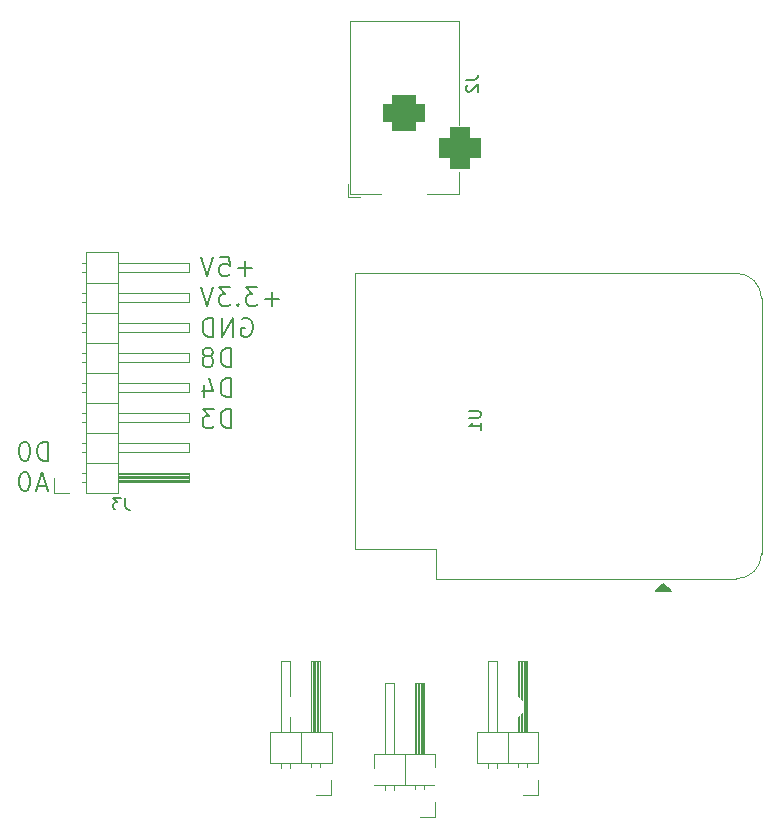
<source format=gbr>
%TF.GenerationSoftware,KiCad,Pcbnew,(6.0.2)*%
%TF.CreationDate,2022-06-07T16:02:26+02:00*%
%TF.ProjectId,RFID_Reader,52464944-5f52-4656-9164-65722e6b6963,rev?*%
%TF.SameCoordinates,Original*%
%TF.FileFunction,Legend,Bot*%
%TF.FilePolarity,Positive*%
%FSLAX46Y46*%
G04 Gerber Fmt 4.6, Leading zero omitted, Abs format (unit mm)*
G04 Created by KiCad (PCBNEW (6.0.2)) date 2022-06-07 16:02:26*
%MOMM*%
%LPD*%
G01*
G04 APERTURE LIST*
G04 Aperture macros list*
%AMRoundRect*
0 Rectangle with rounded corners*
0 $1 Rounding radius*
0 $2 $3 $4 $5 $6 $7 $8 $9 X,Y pos of 4 corners*
0 Add a 4 corners polygon primitive as box body*
4,1,4,$2,$3,$4,$5,$6,$7,$8,$9,$2,$3,0*
0 Add four circle primitives for the rounded corners*
1,1,$1+$1,$2,$3*
1,1,$1+$1,$4,$5*
1,1,$1+$1,$6,$7*
1,1,$1+$1,$8,$9*
0 Add four rect primitives between the rounded corners*
20,1,$1+$1,$2,$3,$4,$5,0*
20,1,$1+$1,$4,$5,$6,$7,0*
20,1,$1+$1,$6,$7,$8,$9,0*
20,1,$1+$1,$8,$9,$2,$3,0*%
%AMHorizOval*
0 Thick line with rounded ends*
0 $1 width*
0 $2 $3 position (X,Y) of the first rounded end (center of the circle)*
0 $4 $5 position (X,Y) of the second rounded end (center of the circle)*
0 Add line between two ends*
20,1,$1,$2,$3,$4,$5,0*
0 Add two circle primitives to create the rounded ends*
1,1,$1,$2,$3*
1,1,$1,$4,$5*%
%AMRotRect*
0 Rectangle, with rotation*
0 The origin of the aperture is its center*
0 $1 length*
0 $2 width*
0 $3 Rotation angle, in degrees counterclockwise*
0 Add horizontal line*
21,1,$1,$2,0,0,$3*%
G04 Aperture macros list end*
%ADD10C,0.150000*%
%ADD11C,0.120000*%
%ADD12C,5.600000*%
%ADD13C,2.000000*%
%ADD14RotRect,1.700000X1.700000X45.000000*%
%ADD15HorizOval,1.700000X0.000000X0.000000X0.000000X0.000000X0*%
%ADD16C,1.600000*%
%ADD17O,1.600000X1.600000*%
%ADD18R,1.700000X1.700000*%
%ADD19O,1.700000X1.700000*%
%ADD20R,3.500000X3.500000*%
%ADD21RoundRect,0.750000X-1.000000X0.750000X-1.000000X-0.750000X1.000000X-0.750000X1.000000X0.750000X0*%
%ADD22RoundRect,0.875000X-0.875000X0.875000X-0.875000X-0.875000X0.875000X-0.875000X0.875000X0.875000X0*%
%ADD23R,2.000000X2.000000*%
%ADD24O,1.600000X2.000000*%
G04 APERTURE END LIST*
D10*
X187092738Y-69174285D02*
X185873690Y-69174285D01*
X186483214Y-69783809D02*
X186483214Y-68564761D01*
X184349880Y-68183809D02*
X185111785Y-68183809D01*
X185187976Y-68945714D01*
X185111785Y-68869523D01*
X184959404Y-68793333D01*
X184578452Y-68793333D01*
X184426071Y-68869523D01*
X184349880Y-68945714D01*
X184273690Y-69098095D01*
X184273690Y-69479047D01*
X184349880Y-69631428D01*
X184426071Y-69707619D01*
X184578452Y-69783809D01*
X184959404Y-69783809D01*
X185111785Y-69707619D01*
X185187976Y-69631428D01*
X183816547Y-68183809D02*
X183283214Y-69783809D01*
X182749880Y-68183809D01*
X189378452Y-71750285D02*
X188159404Y-71750285D01*
X188768928Y-72359809D02*
X188768928Y-71140761D01*
X187549880Y-70759809D02*
X186559404Y-70759809D01*
X187092738Y-71369333D01*
X186864166Y-71369333D01*
X186711785Y-71445523D01*
X186635595Y-71521714D01*
X186559404Y-71674095D01*
X186559404Y-72055047D01*
X186635595Y-72207428D01*
X186711785Y-72283619D01*
X186864166Y-72359809D01*
X187321309Y-72359809D01*
X187473690Y-72283619D01*
X187549880Y-72207428D01*
X185873690Y-72207428D02*
X185797500Y-72283619D01*
X185873690Y-72359809D01*
X185949880Y-72283619D01*
X185873690Y-72207428D01*
X185873690Y-72359809D01*
X185264166Y-70759809D02*
X184273690Y-70759809D01*
X184807023Y-71369333D01*
X184578452Y-71369333D01*
X184426071Y-71445523D01*
X184349880Y-71521714D01*
X184273690Y-71674095D01*
X184273690Y-72055047D01*
X184349880Y-72207428D01*
X184426071Y-72283619D01*
X184578452Y-72359809D01*
X185035595Y-72359809D01*
X185187976Y-72283619D01*
X185264166Y-72207428D01*
X183816547Y-70759809D02*
X183283214Y-72359809D01*
X182749880Y-70759809D01*
X186254642Y-73412000D02*
X186407023Y-73335809D01*
X186635595Y-73335809D01*
X186864166Y-73412000D01*
X187016547Y-73564380D01*
X187092738Y-73716761D01*
X187168928Y-74021523D01*
X187168928Y-74250095D01*
X187092738Y-74554857D01*
X187016547Y-74707238D01*
X186864166Y-74859619D01*
X186635595Y-74935809D01*
X186483214Y-74935809D01*
X186254642Y-74859619D01*
X186178452Y-74783428D01*
X186178452Y-74250095D01*
X186483214Y-74250095D01*
X185492738Y-74935809D02*
X185492738Y-73335809D01*
X184578452Y-74935809D01*
X184578452Y-73335809D01*
X183816547Y-74935809D02*
X183816547Y-73335809D01*
X183435595Y-73335809D01*
X183207023Y-73412000D01*
X183054642Y-73564380D01*
X182978452Y-73716761D01*
X182902261Y-74021523D01*
X182902261Y-74250095D01*
X182978452Y-74554857D01*
X183054642Y-74707238D01*
X183207023Y-74859619D01*
X183435595Y-74935809D01*
X183816547Y-74935809D01*
X185340357Y-77511809D02*
X185340357Y-75911809D01*
X184959404Y-75911809D01*
X184730833Y-75988000D01*
X184578452Y-76140380D01*
X184502261Y-76292761D01*
X184426071Y-76597523D01*
X184426071Y-76826095D01*
X184502261Y-77130857D01*
X184578452Y-77283238D01*
X184730833Y-77435619D01*
X184959404Y-77511809D01*
X185340357Y-77511809D01*
X183511785Y-76597523D02*
X183664166Y-76521333D01*
X183740357Y-76445142D01*
X183816547Y-76292761D01*
X183816547Y-76216571D01*
X183740357Y-76064190D01*
X183664166Y-75988000D01*
X183511785Y-75911809D01*
X183207023Y-75911809D01*
X183054642Y-75988000D01*
X182978452Y-76064190D01*
X182902261Y-76216571D01*
X182902261Y-76292761D01*
X182978452Y-76445142D01*
X183054642Y-76521333D01*
X183207023Y-76597523D01*
X183511785Y-76597523D01*
X183664166Y-76673714D01*
X183740357Y-76749904D01*
X183816547Y-76902285D01*
X183816547Y-77207047D01*
X183740357Y-77359428D01*
X183664166Y-77435619D01*
X183511785Y-77511809D01*
X183207023Y-77511809D01*
X183054642Y-77435619D01*
X182978452Y-77359428D01*
X182902261Y-77207047D01*
X182902261Y-76902285D01*
X182978452Y-76749904D01*
X183054642Y-76673714D01*
X183207023Y-76597523D01*
X185340357Y-80087809D02*
X185340357Y-78487809D01*
X184959404Y-78487809D01*
X184730833Y-78564000D01*
X184578452Y-78716380D01*
X184502261Y-78868761D01*
X184426071Y-79173523D01*
X184426071Y-79402095D01*
X184502261Y-79706857D01*
X184578452Y-79859238D01*
X184730833Y-80011619D01*
X184959404Y-80087809D01*
X185340357Y-80087809D01*
X183054642Y-79021142D02*
X183054642Y-80087809D01*
X183435595Y-78411619D02*
X183816547Y-79554476D01*
X182826071Y-79554476D01*
X185340357Y-82663809D02*
X185340357Y-81063809D01*
X184959404Y-81063809D01*
X184730833Y-81140000D01*
X184578452Y-81292380D01*
X184502261Y-81444761D01*
X184426071Y-81749523D01*
X184426071Y-81978095D01*
X184502261Y-82282857D01*
X184578452Y-82435238D01*
X184730833Y-82587619D01*
X184959404Y-82663809D01*
X185340357Y-82663809D01*
X183892738Y-81063809D02*
X182902261Y-81063809D01*
X183435595Y-81673333D01*
X183207023Y-81673333D01*
X183054642Y-81749523D01*
X182978452Y-81825714D01*
X182902261Y-81978095D01*
X182902261Y-82359047D01*
X182978452Y-82511428D01*
X183054642Y-82587619D01*
X183207023Y-82663809D01*
X183664166Y-82663809D01*
X183816547Y-82587619D01*
X183892738Y-82511428D01*
X169840357Y-85435809D02*
X169840357Y-83835809D01*
X169459404Y-83835809D01*
X169230833Y-83912000D01*
X169078452Y-84064380D01*
X169002261Y-84216761D01*
X168926071Y-84521523D01*
X168926071Y-84750095D01*
X169002261Y-85054857D01*
X169078452Y-85207238D01*
X169230833Y-85359619D01*
X169459404Y-85435809D01*
X169840357Y-85435809D01*
X167935595Y-83835809D02*
X167783214Y-83835809D01*
X167630833Y-83912000D01*
X167554642Y-83988190D01*
X167478452Y-84140571D01*
X167402261Y-84445333D01*
X167402261Y-84826285D01*
X167478452Y-85131047D01*
X167554642Y-85283428D01*
X167630833Y-85359619D01*
X167783214Y-85435809D01*
X167935595Y-85435809D01*
X168087976Y-85359619D01*
X168164166Y-85283428D01*
X168240357Y-85131047D01*
X168316547Y-84826285D01*
X168316547Y-84445333D01*
X168240357Y-84140571D01*
X168164166Y-83988190D01*
X168087976Y-83912000D01*
X167935595Y-83835809D01*
X169687976Y-87554666D02*
X168926071Y-87554666D01*
X169840357Y-88011809D02*
X169307023Y-86411809D01*
X168773690Y-88011809D01*
X167935595Y-86411809D02*
X167783214Y-86411809D01*
X167630833Y-86488000D01*
X167554642Y-86564190D01*
X167478452Y-86716571D01*
X167402261Y-87021333D01*
X167402261Y-87402285D01*
X167478452Y-87707047D01*
X167554642Y-87859428D01*
X167630833Y-87935619D01*
X167783214Y-88011809D01*
X167935595Y-88011809D01*
X168087976Y-87935619D01*
X168164166Y-87859428D01*
X168240357Y-87707047D01*
X168316547Y-87402285D01*
X168316547Y-87021333D01*
X168240357Y-86716571D01*
X168164166Y-86564190D01*
X168087976Y-86488000D01*
X167935595Y-86411809D01*
%TO.C,J3*%
X176343333Y-88597380D02*
X176343333Y-89311666D01*
X176390952Y-89454523D01*
X176486190Y-89549761D01*
X176629047Y-89597380D01*
X176724285Y-89597380D01*
X175962380Y-88597380D02*
X175343333Y-88597380D01*
X175676666Y-88978333D01*
X175533809Y-88978333D01*
X175438571Y-89025952D01*
X175390952Y-89073571D01*
X175343333Y-89168809D01*
X175343333Y-89406904D01*
X175390952Y-89502142D01*
X175438571Y-89549761D01*
X175533809Y-89597380D01*
X175819523Y-89597380D01*
X175914761Y-89549761D01*
X175962380Y-89502142D01*
%TO.C,J2*%
X205202380Y-53216666D02*
X205916666Y-53216666D01*
X206059523Y-53169047D01*
X206154761Y-53073809D01*
X206202380Y-52930952D01*
X206202380Y-52835714D01*
X205297619Y-53645238D02*
X205250000Y-53692857D01*
X205202380Y-53788095D01*
X205202380Y-54026190D01*
X205250000Y-54121428D01*
X205297619Y-54169047D01*
X205392857Y-54216666D01*
X205488095Y-54216666D01*
X205630952Y-54169047D01*
X206202380Y-53597619D01*
X206202380Y-54216666D01*
%TO.C,U1*%
X205452380Y-81238095D02*
X206261904Y-81238095D01*
X206357142Y-81285714D01*
X206404761Y-81333333D01*
X206452380Y-81428571D01*
X206452380Y-81619047D01*
X206404761Y-81714285D01*
X206357142Y-81761904D01*
X206261904Y-81809523D01*
X205452380Y-81809523D01*
X206452380Y-82809523D02*
X206452380Y-82238095D01*
X206452380Y-82523809D02*
X205452380Y-82523809D01*
X205595238Y-82428571D01*
X205690476Y-82333333D01*
X205738095Y-82238095D01*
D11*
%TO.C,J3*%
X172667929Y-79635000D02*
X173065000Y-79635000D01*
X175725000Y-74555000D02*
X181725000Y-74555000D01*
X181725000Y-83955000D02*
X175725000Y-83955000D01*
X181725000Y-69475000D02*
X181725000Y-68715000D01*
X175725000Y-84715000D02*
X181725000Y-84715000D01*
X181725000Y-76335000D02*
X175725000Y-76335000D01*
X170355000Y-88145000D02*
X171625000Y-88145000D01*
X175725000Y-79635000D02*
X181725000Y-79635000D01*
X181725000Y-77095000D02*
X181725000Y-76335000D01*
X172667929Y-74555000D02*
X173065000Y-74555000D01*
X175725000Y-86955000D02*
X181725000Y-86955000D01*
X181725000Y-87255000D02*
X181725000Y-86495000D01*
X172667929Y-73795000D02*
X173065000Y-73795000D01*
X173065000Y-85605000D02*
X175725000Y-85605000D01*
X175725000Y-86595000D02*
X181725000Y-86595000D01*
X173065000Y-72905000D02*
X175725000Y-72905000D01*
X175725000Y-86715000D02*
X181725000Y-86715000D01*
X173065000Y-83065000D02*
X175725000Y-83065000D01*
X181725000Y-86495000D02*
X175725000Y-86495000D01*
X173065000Y-88205000D02*
X173065000Y-67765000D01*
X172735000Y-86495000D02*
X173065000Y-86495000D01*
X175725000Y-87195000D02*
X181725000Y-87195000D01*
X181725000Y-78875000D02*
X175725000Y-78875000D01*
X181725000Y-74555000D02*
X181725000Y-73795000D01*
X175725000Y-87075000D02*
X181725000Y-87075000D01*
X181725000Y-81415000D02*
X175725000Y-81415000D01*
X175725000Y-69475000D02*
X181725000Y-69475000D01*
X175725000Y-67765000D02*
X175725000Y-88205000D01*
X175725000Y-77095000D02*
X181725000Y-77095000D01*
X172667929Y-82175000D02*
X173065000Y-82175000D01*
X173065000Y-77985000D02*
X175725000Y-77985000D01*
X181725000Y-71255000D02*
X175725000Y-71255000D01*
X181725000Y-72015000D02*
X181725000Y-71255000D01*
X172667929Y-76335000D02*
X173065000Y-76335000D01*
X173065000Y-67765000D02*
X175725000Y-67765000D01*
X172667929Y-71255000D02*
X173065000Y-71255000D01*
X172667929Y-72015000D02*
X173065000Y-72015000D01*
X172667929Y-69475000D02*
X173065000Y-69475000D01*
X173065000Y-70365000D02*
X175725000Y-70365000D01*
X175725000Y-72015000D02*
X181725000Y-72015000D01*
X181725000Y-73795000D02*
X175725000Y-73795000D01*
X175725000Y-82175000D02*
X181725000Y-82175000D01*
X172667929Y-83955000D02*
X173065000Y-83955000D01*
X173065000Y-75445000D02*
X175725000Y-75445000D01*
X172667929Y-81415000D02*
X173065000Y-81415000D01*
X181725000Y-82175000D02*
X181725000Y-81415000D01*
X172667929Y-84715000D02*
X173065000Y-84715000D01*
X175725000Y-88205000D02*
X173065000Y-88205000D01*
X172735000Y-87255000D02*
X173065000Y-87255000D01*
X172667929Y-78875000D02*
X173065000Y-78875000D01*
X172667929Y-77095000D02*
X173065000Y-77095000D01*
X175725000Y-86835000D02*
X181725000Y-86835000D01*
X181725000Y-68715000D02*
X175725000Y-68715000D01*
X170355000Y-86875000D02*
X170355000Y-88145000D01*
X173065000Y-80525000D02*
X175725000Y-80525000D01*
X175725000Y-87255000D02*
X181725000Y-87255000D01*
X181725000Y-84715000D02*
X181725000Y-83955000D01*
X172667929Y-68715000D02*
X173065000Y-68715000D01*
X181725000Y-79635000D02*
X181725000Y-78875000D01*
%TO.C,JSW3*%
X190340000Y-102400000D02*
X189580000Y-102400000D01*
X188630000Y-108400000D02*
X193830000Y-108400000D01*
X193830000Y-108400000D02*
X193830000Y-111060000D01*
X192880000Y-108400000D02*
X192880000Y-102400000D01*
X192500000Y-113770000D02*
X193770000Y-113770000D01*
X191230000Y-111060000D02*
X191230000Y-108400000D01*
X193830000Y-111060000D02*
X188630000Y-111060000D01*
X192460000Y-108400000D02*
X192460000Y-102400000D01*
X192340000Y-108400000D02*
X192340000Y-102400000D01*
X192880000Y-111390000D02*
X192880000Y-111060000D01*
X189580000Y-102400000D02*
X189580000Y-108400000D01*
X190340000Y-108400000D02*
X190340000Y-102400000D01*
X192580000Y-108400000D02*
X192580000Y-102400000D01*
X193770000Y-113770000D02*
X193770000Y-112500000D01*
X192120000Y-111390000D02*
X192120000Y-111060000D01*
X192880000Y-102400000D02*
X192120000Y-102400000D01*
X192220000Y-108400000D02*
X192220000Y-102400000D01*
X188630000Y-111060000D02*
X188630000Y-108400000D01*
X189580000Y-111457071D02*
X189580000Y-111060000D01*
X192120000Y-102400000D02*
X192120000Y-108400000D01*
X192700000Y-108400000D02*
X192700000Y-102400000D01*
X190340000Y-111457071D02*
X190340000Y-111060000D01*
X192820000Y-108400000D02*
X192820000Y-102400000D01*
%TO.C,JSW2*%
X198355000Y-113332071D02*
X198355000Y-112935000D01*
X201275000Y-115645000D02*
X202545000Y-115645000D01*
X199115000Y-113332071D02*
X199115000Y-112935000D01*
X200005000Y-112935000D02*
X200005000Y-110275000D01*
X200895000Y-104275000D02*
X200895000Y-110275000D01*
X198355000Y-104275000D02*
X198355000Y-110275000D01*
X202545000Y-115645000D02*
X202545000Y-114375000D01*
X201115000Y-110275000D02*
X201115000Y-104275000D01*
X201655000Y-104275000D02*
X200895000Y-104275000D01*
X200995000Y-110275000D02*
X200995000Y-104275000D01*
X199115000Y-104275000D02*
X198355000Y-104275000D01*
X201595000Y-110275000D02*
X201595000Y-104275000D01*
X200895000Y-113265000D02*
X200895000Y-112935000D01*
X201235000Y-110275000D02*
X201235000Y-104275000D01*
X201655000Y-110275000D02*
X201655000Y-104275000D01*
X202605000Y-110275000D02*
X202605000Y-112935000D01*
X201475000Y-110275000D02*
X201475000Y-104275000D01*
X201355000Y-110275000D02*
X201355000Y-104275000D01*
X197405000Y-112935000D02*
X197405000Y-110275000D01*
X201655000Y-113265000D02*
X201655000Y-112935000D01*
X199115000Y-110275000D02*
X199115000Y-104275000D01*
X197405000Y-110275000D02*
X202605000Y-110275000D01*
X202605000Y-112935000D02*
X197405000Y-112935000D01*
%TO.C,J2*%
X204600000Y-57000000D02*
X204600000Y-48200000D01*
X195400000Y-62900000D02*
X198000000Y-62900000D01*
X195200000Y-62050000D02*
X195200000Y-63100000D01*
X204600000Y-48200000D02*
X195400000Y-48200000D01*
X204600000Y-62900000D02*
X204600000Y-61000000D01*
X195400000Y-48200000D02*
X195400000Y-62900000D01*
X196250000Y-63100000D02*
X195200000Y-63100000D01*
X201900000Y-62900000D02*
X204600000Y-62900000D01*
%TO.C,U1*%
X202670000Y-95445000D02*
X202670000Y-92905000D01*
X202670000Y-92905000D02*
X195770000Y-92905000D01*
X195770000Y-92905000D02*
X195770000Y-69585000D01*
X230230000Y-71705000D02*
X230230000Y-93315000D01*
X195770000Y-69585000D02*
X228100000Y-69585000D01*
X202670000Y-95445000D02*
X228100000Y-95445000D01*
X228100000Y-95445000D02*
G75*
G03*
X230230000Y-93315000I-2J2130002D01*
G01*
X230230000Y-71715000D02*
G75*
G03*
X228100000Y-69585000I-2130002J-2D01*
G01*
D10*
X222525000Y-96485000D02*
X221255000Y-96485000D01*
X221255000Y-96485000D02*
X221890000Y-95850000D01*
X221890000Y-95850000D02*
X222525000Y-96485000D01*
G36*
X222525000Y-96485000D02*
G01*
X221255000Y-96485000D01*
X221890000Y-95850000D01*
X222525000Y-96485000D01*
G37*
X222525000Y-96485000D02*
X221255000Y-96485000D01*
X221890000Y-95850000D01*
X222525000Y-96485000D01*
D11*
%TO.C,JSW1*%
X211330000Y-111060000D02*
X206130000Y-111060000D01*
X210320000Y-108400000D02*
X210320000Y-102400000D01*
X209620000Y-111390000D02*
X209620000Y-111060000D01*
X207840000Y-111457071D02*
X207840000Y-111060000D01*
X210380000Y-108400000D02*
X210380000Y-102400000D01*
X206130000Y-108400000D02*
X211330000Y-108400000D01*
X206130000Y-111060000D02*
X206130000Y-108400000D01*
X210080000Y-108400000D02*
X210080000Y-102400000D01*
X207080000Y-102400000D02*
X207080000Y-108400000D01*
X207840000Y-108400000D02*
X207840000Y-102400000D01*
X209840000Y-108400000D02*
X209840000Y-102400000D01*
X211330000Y-108400000D02*
X211330000Y-111060000D01*
X207080000Y-111457071D02*
X207080000Y-111060000D01*
X208730000Y-111060000D02*
X208730000Y-108400000D01*
X210380000Y-111390000D02*
X210380000Y-111060000D01*
X209620000Y-102400000D02*
X209620000Y-108400000D01*
X210000000Y-113770000D02*
X211270000Y-113770000D01*
X209960000Y-108400000D02*
X209960000Y-102400000D01*
X207840000Y-102400000D02*
X207080000Y-102400000D01*
X210380000Y-102400000D02*
X209620000Y-102400000D01*
X211270000Y-113770000D02*
X211270000Y-112500000D01*
X209720000Y-108400000D02*
X209720000Y-102400000D01*
X210200000Y-108400000D02*
X210200000Y-102400000D01*
%TD*%
%LPC*%
D12*
%TO.C,Hole4*%
X220000000Y-63000000D03*
%TD*%
D13*
%TO.C,SW1*%
X216889088Y-107707107D03*
X212292894Y-103110913D03*
X213707108Y-110889088D03*
X209110913Y-106292894D03*
%TD*%
D14*
%TO.C,J1*%
X184312994Y-85812994D03*
D15*
X186109045Y-87609045D03*
X187905096Y-89405096D03*
X189701148Y-91201148D03*
%TD*%
D13*
%TO.C,SW3*%
X183110913Y-107707107D03*
X187707107Y-103110913D03*
X190889088Y-106292893D03*
X186292894Y-110889088D03*
%TD*%
D12*
%TO.C,Hole1*%
X180000000Y-103000000D03*
%TD*%
D16*
%TO.C,R2*%
X173000000Y-90190000D03*
D17*
X173000000Y-97810000D03*
%TD*%
D16*
%TO.C,R1*%
X208190000Y-98000000D03*
D17*
X215810000Y-98000000D03*
%TD*%
D13*
%TO.C,SW2*%
X203250000Y-107750000D03*
X196750000Y-107750000D03*
X196750000Y-112250000D03*
X203250000Y-112250000D03*
%TD*%
D16*
%TO.C,R3*%
X176000000Y-90190000D03*
D17*
X176000000Y-97810000D03*
%TD*%
D12*
%TO.C,Hole2*%
X220000000Y-103000000D03*
%TD*%
%TO.C,Hole3*%
X180000000Y-63000000D03*
%TD*%
D18*
%TO.C,J3*%
X171625000Y-86875000D03*
D19*
X171625000Y-84335000D03*
X171625000Y-81795000D03*
X171625000Y-79255000D03*
X171625000Y-76715000D03*
X171625000Y-74175000D03*
X171625000Y-71635000D03*
X171625000Y-69095000D03*
%TD*%
D18*
%TO.C,JSW3*%
X192500000Y-112500000D03*
D19*
X189960000Y-112500000D03*
%TD*%
D18*
%TO.C,JSW2*%
X201275000Y-114375000D03*
D19*
X198735000Y-114375000D03*
%TD*%
D20*
%TO.C,J2*%
X200000000Y-62000000D03*
D21*
X200000000Y-56000000D03*
D22*
X204700000Y-59000000D03*
%TD*%
D23*
%TO.C,U1*%
X221890000Y-93945000D03*
D24*
X219350000Y-93945000D03*
X216810000Y-93945000D03*
X214270000Y-93945000D03*
X211730000Y-93945000D03*
X209190000Y-93945000D03*
X206650000Y-93945000D03*
X204110000Y-93945000D03*
X204110000Y-71085000D03*
X206650000Y-71085000D03*
X209190000Y-71085000D03*
X211730000Y-71085000D03*
X214270000Y-71085000D03*
X216810000Y-71085000D03*
X219350000Y-71085000D03*
X221890000Y-71085000D03*
%TD*%
D18*
%TO.C,JSW1*%
X210000000Y-112500000D03*
D19*
X207460000Y-112500000D03*
%TD*%
M02*

</source>
